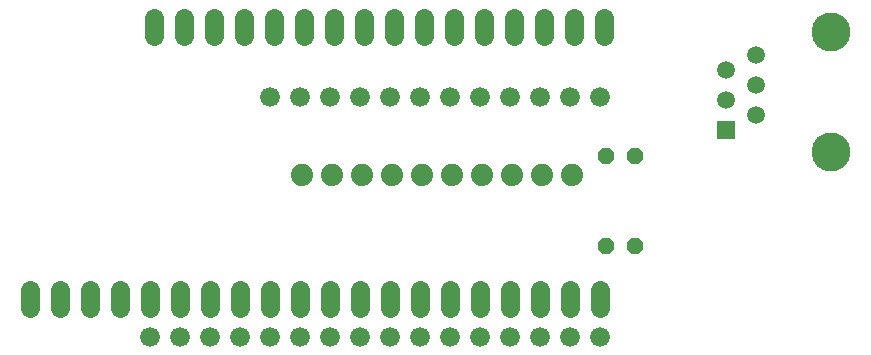
<source format=gbr>
G04 EAGLE Gerber RS-274X export*
G75*
%MOMM*%
%FSLAX34Y34*%
%LPD*%
%INSoldermask Top*%
%IPPOS*%
%AMOC8*
5,1,8,0,0,1.08239X$1,22.5*%
G01*
%ADD10C,1.676400*%
%ADD11C,1.879600*%
%ADD12P,1.539592X8X292.500000*%
%ADD13C,1.625600*%
%ADD14C,1.509600*%
%ADD15C,3.301600*%
%ADD16R,1.509600X1.509600*%


D10*
X258376Y451551D03*
X283776Y451551D03*
X309176Y451551D03*
X334576Y451551D03*
X359976Y451551D03*
X385376Y451551D03*
X410776Y451551D03*
X436176Y451551D03*
X461576Y451551D03*
X486976Y451551D03*
X512376Y451551D03*
X537776Y451551D03*
X537776Y248351D03*
X512376Y248351D03*
X486976Y248351D03*
X461576Y248351D03*
X436176Y248351D03*
X410776Y248351D03*
X385376Y248351D03*
X359976Y248351D03*
X334576Y248351D03*
X309176Y248351D03*
X283776Y248351D03*
X258376Y248351D03*
X232976Y248351D03*
X207576Y248351D03*
X182176Y248351D03*
X156776Y248351D03*
D11*
X514708Y384939D03*
X489308Y384939D03*
X463908Y384939D03*
X438508Y384939D03*
X413108Y384939D03*
X387708Y384939D03*
X362308Y384939D03*
X336908Y384939D03*
X311508Y384939D03*
X286108Y384939D03*
D12*
X543327Y401011D03*
X543327Y324811D03*
X567850Y400969D03*
X567850Y324769D03*
D13*
X160660Y502875D02*
X160660Y518115D01*
X186060Y518115D02*
X186060Y502875D01*
X211460Y502875D02*
X211460Y518115D01*
X236860Y518115D02*
X236860Y502875D01*
X262260Y502875D02*
X262260Y518115D01*
X287660Y518115D02*
X287660Y502875D01*
X313060Y502875D02*
X313060Y518115D01*
X338460Y518115D02*
X338460Y502875D01*
X363860Y502875D02*
X363860Y518115D01*
X389260Y518115D02*
X389260Y502875D01*
X414660Y502875D02*
X414660Y518115D01*
X440060Y518115D02*
X440060Y502875D01*
X465460Y502875D02*
X465460Y518115D01*
X490860Y518115D02*
X490860Y502875D01*
X516260Y502875D02*
X516260Y518115D01*
X541660Y518115D02*
X541660Y502875D01*
X55849Y287610D02*
X55849Y272370D01*
X81249Y272370D02*
X81249Y287610D01*
X106649Y287610D02*
X106649Y272370D01*
X132049Y272370D02*
X132049Y287610D01*
X157449Y287610D02*
X157449Y272370D01*
X182849Y272370D02*
X182849Y287610D01*
X208249Y287610D02*
X208249Y272370D01*
X233649Y272370D02*
X233649Y287610D01*
X259049Y287610D02*
X259049Y272370D01*
X284449Y272370D02*
X284449Y287610D01*
X309849Y287610D02*
X309849Y272370D01*
X335249Y272370D02*
X335249Y287610D01*
X360649Y287610D02*
X360649Y272370D01*
X386049Y272370D02*
X386049Y287610D01*
X411449Y287610D02*
X411449Y272370D01*
X436849Y272370D02*
X436849Y287610D01*
X462249Y287610D02*
X462249Y272370D01*
X487649Y272370D02*
X487649Y287610D01*
X513049Y287610D02*
X513049Y272370D01*
X538449Y272370D02*
X538449Y287610D01*
D14*
X669929Y487176D03*
D15*
X733429Y404626D03*
X733429Y506226D03*
D14*
X669929Y461776D03*
X669929Y436376D03*
X644529Y474476D03*
X644529Y449076D03*
D16*
X644529Y423676D03*
M02*

</source>
